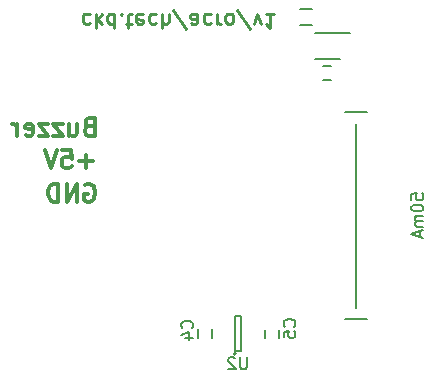
<source format=gbo>
G04 #@! TF.FileFunction,Legend,Bot*
%FSLAX46Y46*%
G04 Gerber Fmt 4.6, Leading zero omitted, Abs format (unit mm)*
G04 Created by KiCad (PCBNEW (2015-11-03 BZR 6296)-product) date Monday, December 21, 2015 'AMt' 10:05:28 AM*
%MOMM*%
G01*
G04 APERTURE LIST*
%ADD10C,0.100000*%
%ADD11C,0.175000*%
%ADD12C,0.250000*%
%ADD13C,0.300000*%
%ADD14C,0.150000*%
G04 APERTURE END LIST*
D10*
D11*
X164362381Y-106626667D02*
X164362381Y-106150476D01*
X164838571Y-106102857D01*
X164790952Y-106150476D01*
X164743333Y-106245714D01*
X164743333Y-106483810D01*
X164790952Y-106579048D01*
X164838571Y-106626667D01*
X164933810Y-106674286D01*
X165171905Y-106674286D01*
X165267143Y-106626667D01*
X165314762Y-106579048D01*
X165362381Y-106483810D01*
X165362381Y-106245714D01*
X165314762Y-106150476D01*
X165267143Y-106102857D01*
X164362381Y-107293333D02*
X164362381Y-107388572D01*
X164410000Y-107483810D01*
X164457619Y-107531429D01*
X164552857Y-107579048D01*
X164743333Y-107626667D01*
X164981429Y-107626667D01*
X165171905Y-107579048D01*
X165267143Y-107531429D01*
X165314762Y-107483810D01*
X165362381Y-107388572D01*
X165362381Y-107293333D01*
X165314762Y-107198095D01*
X165267143Y-107150476D01*
X165171905Y-107102857D01*
X164981429Y-107055238D01*
X164743333Y-107055238D01*
X164552857Y-107102857D01*
X164457619Y-107150476D01*
X164410000Y-107198095D01*
X164362381Y-107293333D01*
X165362381Y-108055238D02*
X164695714Y-108055238D01*
X164790952Y-108055238D02*
X164743333Y-108102857D01*
X164695714Y-108198095D01*
X164695714Y-108340953D01*
X164743333Y-108436191D01*
X164838571Y-108483810D01*
X165362381Y-108483810D01*
X164838571Y-108483810D02*
X164743333Y-108531429D01*
X164695714Y-108626667D01*
X164695714Y-108769524D01*
X164743333Y-108864762D01*
X164838571Y-108912381D01*
X165362381Y-108912381D01*
X165076667Y-109340952D02*
X165076667Y-109817143D01*
X165362381Y-109245714D02*
X164362381Y-109579047D01*
X165362381Y-109912381D01*
D12*
X137139999Y-90954048D02*
X137020952Y-90894524D01*
X136782856Y-90894524D01*
X136663809Y-90954048D01*
X136604285Y-91013571D01*
X136544761Y-91132619D01*
X136544761Y-91489762D01*
X136604285Y-91608810D01*
X136663809Y-91668333D01*
X136782856Y-91727857D01*
X137020952Y-91727857D01*
X137139999Y-91668333D01*
X137675714Y-90894524D02*
X137675714Y-92144524D01*
X137794762Y-91370714D02*
X138151905Y-90894524D01*
X138151905Y-91727857D02*
X137675714Y-91251667D01*
X139223333Y-90894524D02*
X139223333Y-92144524D01*
X139223333Y-90954048D02*
X139104286Y-90894524D01*
X138866190Y-90894524D01*
X138747143Y-90954048D01*
X138687619Y-91013571D01*
X138628095Y-91132619D01*
X138628095Y-91489762D01*
X138687619Y-91608810D01*
X138747143Y-91668333D01*
X138866190Y-91727857D01*
X139104286Y-91727857D01*
X139223333Y-91668333D01*
X139818571Y-91013571D02*
X139878095Y-90954048D01*
X139818571Y-90894524D01*
X139759047Y-90954048D01*
X139818571Y-91013571D01*
X139818571Y-90894524D01*
X140235238Y-91727857D02*
X140711428Y-91727857D01*
X140413809Y-92144524D02*
X140413809Y-91073095D01*
X140473333Y-90954048D01*
X140592380Y-90894524D01*
X140711428Y-90894524D01*
X141604286Y-90954048D02*
X141485238Y-90894524D01*
X141247143Y-90894524D01*
X141128095Y-90954048D01*
X141068571Y-91073095D01*
X141068571Y-91549286D01*
X141128095Y-91668333D01*
X141247143Y-91727857D01*
X141485238Y-91727857D01*
X141604286Y-91668333D01*
X141663809Y-91549286D01*
X141663809Y-91430238D01*
X141068571Y-91311190D01*
X142735238Y-90954048D02*
X142616191Y-90894524D01*
X142378095Y-90894524D01*
X142259048Y-90954048D01*
X142199524Y-91013571D01*
X142140000Y-91132619D01*
X142140000Y-91489762D01*
X142199524Y-91608810D01*
X142259048Y-91668333D01*
X142378095Y-91727857D01*
X142616191Y-91727857D01*
X142735238Y-91668333D01*
X143270953Y-90894524D02*
X143270953Y-92144524D01*
X143806667Y-90894524D02*
X143806667Y-91549286D01*
X143747144Y-91668333D01*
X143628096Y-91727857D01*
X143449524Y-91727857D01*
X143330477Y-91668333D01*
X143270953Y-91608810D01*
X145294762Y-92204048D02*
X144223334Y-90596905D01*
X146247143Y-90894524D02*
X146247143Y-91549286D01*
X146187620Y-91668333D01*
X146068572Y-91727857D01*
X145830477Y-91727857D01*
X145711429Y-91668333D01*
X146247143Y-90954048D02*
X146128096Y-90894524D01*
X145830477Y-90894524D01*
X145711429Y-90954048D01*
X145651905Y-91073095D01*
X145651905Y-91192143D01*
X145711429Y-91311190D01*
X145830477Y-91370714D01*
X146128096Y-91370714D01*
X146247143Y-91430238D01*
X147378095Y-90954048D02*
X147259048Y-90894524D01*
X147020952Y-90894524D01*
X146901905Y-90954048D01*
X146842381Y-91013571D01*
X146782857Y-91132619D01*
X146782857Y-91489762D01*
X146842381Y-91608810D01*
X146901905Y-91668333D01*
X147020952Y-91727857D01*
X147259048Y-91727857D01*
X147378095Y-91668333D01*
X147913810Y-90894524D02*
X147913810Y-91727857D01*
X147913810Y-91489762D02*
X147973334Y-91608810D01*
X148032858Y-91668333D01*
X148151905Y-91727857D01*
X148270953Y-91727857D01*
X148866191Y-90894524D02*
X148747144Y-90954048D01*
X148687620Y-91013571D01*
X148628096Y-91132619D01*
X148628096Y-91489762D01*
X148687620Y-91608810D01*
X148747144Y-91668333D01*
X148866191Y-91727857D01*
X149044763Y-91727857D01*
X149163811Y-91668333D01*
X149223334Y-91608810D01*
X149282858Y-91489762D01*
X149282858Y-91132619D01*
X149223334Y-91013571D01*
X149163811Y-90954048D01*
X149044763Y-90894524D01*
X148866191Y-90894524D01*
X150711429Y-92204048D02*
X149640001Y-90596905D01*
X151009048Y-91727857D02*
X151306667Y-90894524D01*
X151604287Y-91727857D01*
X152735239Y-90894524D02*
X152020953Y-90894524D01*
X152378096Y-90894524D02*
X152378096Y-92144524D01*
X152259048Y-91965952D01*
X152140001Y-91846905D01*
X152020953Y-91787381D01*
D13*
X136742857Y-105370000D02*
X136885714Y-105298571D01*
X137100000Y-105298571D01*
X137314285Y-105370000D01*
X137457143Y-105512857D01*
X137528571Y-105655714D01*
X137600000Y-105941429D01*
X137600000Y-106155714D01*
X137528571Y-106441429D01*
X137457143Y-106584286D01*
X137314285Y-106727143D01*
X137100000Y-106798571D01*
X136957143Y-106798571D01*
X136742857Y-106727143D01*
X136671428Y-106655714D01*
X136671428Y-106155714D01*
X136957143Y-106155714D01*
X136028571Y-106798571D02*
X136028571Y-105298571D01*
X135171428Y-106798571D01*
X135171428Y-105298571D01*
X134457142Y-106798571D02*
X134457142Y-105298571D01*
X134099999Y-105298571D01*
X133885714Y-105370000D01*
X133742856Y-105512857D01*
X133671428Y-105655714D01*
X133599999Y-105941429D01*
X133599999Y-106155714D01*
X133671428Y-106441429D01*
X133742856Y-106584286D01*
X133885714Y-106727143D01*
X134099999Y-106798571D01*
X134457142Y-106798571D01*
X137398571Y-103397143D02*
X136255714Y-103397143D01*
X136827143Y-103968571D02*
X136827143Y-102825714D01*
X134827142Y-102468571D02*
X135541428Y-102468571D01*
X135612857Y-103182857D01*
X135541428Y-103111429D01*
X135398571Y-103040000D01*
X135041428Y-103040000D01*
X134898571Y-103111429D01*
X134827142Y-103182857D01*
X134755714Y-103325714D01*
X134755714Y-103682857D01*
X134827142Y-103825714D01*
X134898571Y-103897143D01*
X135041428Y-103968571D01*
X135398571Y-103968571D01*
X135541428Y-103897143D01*
X135612857Y-103825714D01*
X134327143Y-102468571D02*
X133827143Y-103968571D01*
X133327143Y-102468571D01*
X137062857Y-100432857D02*
X136848571Y-100504286D01*
X136777143Y-100575714D01*
X136705714Y-100718571D01*
X136705714Y-100932857D01*
X136777143Y-101075714D01*
X136848571Y-101147143D01*
X136991429Y-101218571D01*
X137562857Y-101218571D01*
X137562857Y-99718571D01*
X137062857Y-99718571D01*
X136920000Y-99790000D01*
X136848571Y-99861429D01*
X136777143Y-100004286D01*
X136777143Y-100147143D01*
X136848571Y-100290000D01*
X136920000Y-100361429D01*
X137062857Y-100432857D01*
X137562857Y-100432857D01*
X135420000Y-100218571D02*
X135420000Y-101218571D01*
X136062857Y-100218571D02*
X136062857Y-101004286D01*
X135991429Y-101147143D01*
X135848571Y-101218571D01*
X135634286Y-101218571D01*
X135491429Y-101147143D01*
X135420000Y-101075714D01*
X134848571Y-100218571D02*
X134062857Y-100218571D01*
X134848571Y-101218571D01*
X134062857Y-101218571D01*
X133634285Y-100218571D02*
X132848571Y-100218571D01*
X133634285Y-101218571D01*
X132848571Y-101218571D01*
X131705714Y-101147143D02*
X131848571Y-101218571D01*
X132134285Y-101218571D01*
X132277142Y-101147143D01*
X132348571Y-101004286D01*
X132348571Y-100432857D01*
X132277142Y-100290000D01*
X132134285Y-100218571D01*
X131848571Y-100218571D01*
X131705714Y-100290000D01*
X131634285Y-100432857D01*
X131634285Y-100575714D01*
X132348571Y-100718571D01*
X130991428Y-101218571D02*
X130991428Y-100218571D01*
X130991428Y-100504286D02*
X130920000Y-100361429D01*
X130848571Y-100290000D01*
X130705714Y-100218571D01*
X130562857Y-100218571D01*
D14*
X158725000Y-99240000D02*
X160575000Y-99240000D01*
X158725000Y-116760000D02*
X160575000Y-116760000D01*
X159650000Y-115800000D02*
X159650000Y-100200000D01*
X156850000Y-96500000D02*
X157550000Y-96500000D01*
X157550000Y-95300000D02*
X156850000Y-95300000D01*
X158337500Y-94737500D02*
X156187500Y-94737500D01*
X159162500Y-92487500D02*
X156187500Y-92487500D01*
X154950000Y-91875000D02*
X155950000Y-91875000D01*
X155950000Y-90525000D02*
X154950000Y-90525000D01*
X147460000Y-118310000D02*
X147460000Y-117610000D01*
X146260000Y-117610000D02*
X146260000Y-118310000D01*
X153170000Y-118350000D02*
X153170000Y-117650000D01*
X151970000Y-117650000D02*
X151970000Y-118350000D01*
X149520000Y-119680000D02*
G75*
G03X149520000Y-119680000I-100000J0D01*
G01*
X149970000Y-119430000D02*
X149470000Y-119430000D01*
X149970000Y-116530000D02*
X149970000Y-119430000D01*
X149470000Y-116530000D02*
X149970000Y-116530000D01*
X149470000Y-119430000D02*
X149470000Y-116530000D01*
X145797143Y-117493334D02*
X145844762Y-117445715D01*
X145892381Y-117302858D01*
X145892381Y-117207620D01*
X145844762Y-117064762D01*
X145749524Y-116969524D01*
X145654286Y-116921905D01*
X145463810Y-116874286D01*
X145320952Y-116874286D01*
X145130476Y-116921905D01*
X145035238Y-116969524D01*
X144940000Y-117064762D01*
X144892381Y-117207620D01*
X144892381Y-117302858D01*
X144940000Y-117445715D01*
X144987619Y-117493334D01*
X145225714Y-118350477D02*
X145892381Y-118350477D01*
X144844762Y-118112381D02*
X145559048Y-117874286D01*
X145559048Y-118493334D01*
X154447143Y-117383334D02*
X154494762Y-117335715D01*
X154542381Y-117192858D01*
X154542381Y-117097620D01*
X154494762Y-116954762D01*
X154399524Y-116859524D01*
X154304286Y-116811905D01*
X154113810Y-116764286D01*
X153970952Y-116764286D01*
X153780476Y-116811905D01*
X153685238Y-116859524D01*
X153590000Y-116954762D01*
X153542381Y-117097620D01*
X153542381Y-117192858D01*
X153590000Y-117335715D01*
X153637619Y-117383334D01*
X153542381Y-118288096D02*
X153542381Y-117811905D01*
X154018571Y-117764286D01*
X153970952Y-117811905D01*
X153923333Y-117907143D01*
X153923333Y-118145239D01*
X153970952Y-118240477D01*
X154018571Y-118288096D01*
X154113810Y-118335715D01*
X154351905Y-118335715D01*
X154447143Y-118288096D01*
X154494762Y-118240477D01*
X154542381Y-118145239D01*
X154542381Y-117907143D01*
X154494762Y-117811905D01*
X154447143Y-117764286D01*
X150431905Y-119982381D02*
X150431905Y-120791905D01*
X150384286Y-120887143D01*
X150336667Y-120934762D01*
X150241429Y-120982381D01*
X150050952Y-120982381D01*
X149955714Y-120934762D01*
X149908095Y-120887143D01*
X149860476Y-120791905D01*
X149860476Y-119982381D01*
X149431905Y-120077619D02*
X149384286Y-120030000D01*
X149289048Y-119982381D01*
X149050952Y-119982381D01*
X148955714Y-120030000D01*
X148908095Y-120077619D01*
X148860476Y-120172857D01*
X148860476Y-120268095D01*
X148908095Y-120410952D01*
X149479524Y-120982381D01*
X148860476Y-120982381D01*
M02*

</source>
